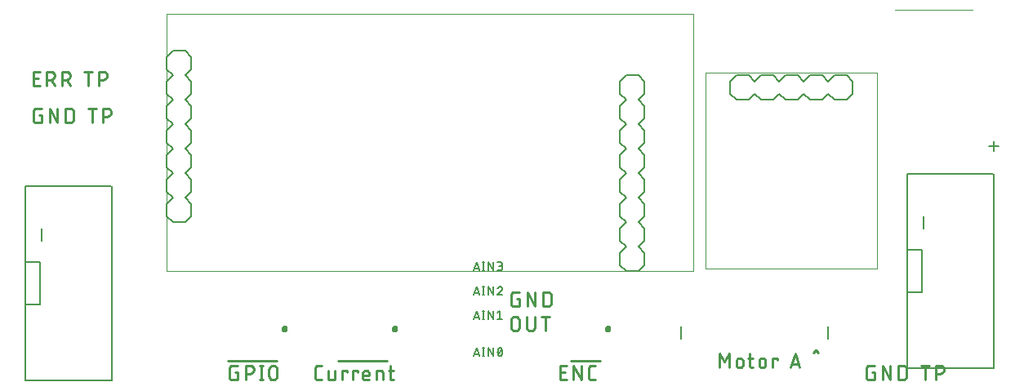
<source format=gto>
G75*
%MOIN*%
%OFA0B0*%
%FSLAX25Y25*%
%IPPOS*%
%LPD*%
%AMOC8*
5,1,8,0,0,1.08239X$1,22.5*
%
%ADD10C,0.01100*%
%ADD11C,0.00600*%
%ADD12C,0.00800*%
%ADD13C,0.01000*%
%ADD14C,0.01600*%
%ADD15C,0.00001*%
%ADD16C,0.00500*%
D10*
X0091550Y0012861D02*
X0091550Y0016139D01*
X0091552Y0016210D01*
X0091558Y0016281D01*
X0091567Y0016351D01*
X0091581Y0016421D01*
X0091598Y0016490D01*
X0091619Y0016558D01*
X0091643Y0016624D01*
X0091671Y0016689D01*
X0091703Y0016753D01*
X0091738Y0016815D01*
X0091776Y0016875D01*
X0091817Y0016932D01*
X0091862Y0016988D01*
X0091909Y0017041D01*
X0091959Y0017091D01*
X0092012Y0017138D01*
X0092068Y0017183D01*
X0092125Y0017224D01*
X0092185Y0017262D01*
X0092247Y0017297D01*
X0092311Y0017329D01*
X0092376Y0017357D01*
X0092442Y0017381D01*
X0092510Y0017402D01*
X0092579Y0017419D01*
X0092649Y0017433D01*
X0092719Y0017442D01*
X0092790Y0017448D01*
X0092861Y0017450D01*
X0094828Y0017450D01*
X0098240Y0017450D02*
X0099878Y0017450D01*
X0098240Y0017450D02*
X0098240Y0011550D01*
X0094828Y0011550D02*
X0092861Y0011550D01*
X0092790Y0011552D01*
X0092719Y0011558D01*
X0092649Y0011567D01*
X0092579Y0011581D01*
X0092510Y0011598D01*
X0092442Y0011619D01*
X0092376Y0011643D01*
X0092311Y0011671D01*
X0092247Y0011703D01*
X0092185Y0011738D01*
X0092125Y0011776D01*
X0092068Y0011817D01*
X0092012Y0011862D01*
X0091959Y0011909D01*
X0091909Y0011959D01*
X0091862Y0012012D01*
X0091817Y0012068D01*
X0091776Y0012125D01*
X0091738Y0012185D01*
X0091703Y0012247D01*
X0091671Y0012311D01*
X0091643Y0012376D01*
X0091619Y0012442D01*
X0091598Y0012510D01*
X0091581Y0012579D01*
X0091567Y0012649D01*
X0091558Y0012719D01*
X0091552Y0012790D01*
X0091550Y0012861D01*
X0093844Y0014828D02*
X0094828Y0014828D01*
X0094828Y0011550D01*
X0098240Y0014172D02*
X0099878Y0014172D01*
X0099957Y0014174D01*
X0100036Y0014180D01*
X0100115Y0014189D01*
X0100193Y0014203D01*
X0100270Y0014220D01*
X0100347Y0014240D01*
X0100422Y0014265D01*
X0100496Y0014293D01*
X0100569Y0014325D01*
X0100640Y0014360D01*
X0100709Y0014398D01*
X0100776Y0014440D01*
X0100841Y0014485D01*
X0100904Y0014533D01*
X0100965Y0014584D01*
X0101023Y0014638D01*
X0101078Y0014695D01*
X0101131Y0014754D01*
X0101180Y0014816D01*
X0101227Y0014880D01*
X0101270Y0014946D01*
X0101310Y0015014D01*
X0101347Y0015085D01*
X0101381Y0015156D01*
X0101410Y0015230D01*
X0101437Y0015305D01*
X0101459Y0015380D01*
X0101478Y0015457D01*
X0101494Y0015535D01*
X0101505Y0015613D01*
X0101513Y0015692D01*
X0101517Y0015771D01*
X0101517Y0015851D01*
X0101513Y0015930D01*
X0101505Y0016009D01*
X0101494Y0016087D01*
X0101478Y0016165D01*
X0101459Y0016242D01*
X0101437Y0016317D01*
X0101410Y0016392D01*
X0101381Y0016466D01*
X0101347Y0016537D01*
X0101310Y0016608D01*
X0101270Y0016676D01*
X0101227Y0016742D01*
X0101180Y0016806D01*
X0101131Y0016868D01*
X0101078Y0016927D01*
X0101023Y0016984D01*
X0100965Y0017038D01*
X0100904Y0017089D01*
X0100841Y0017137D01*
X0100776Y0017182D01*
X0100709Y0017224D01*
X0100640Y0017262D01*
X0100569Y0017297D01*
X0100496Y0017329D01*
X0100422Y0017357D01*
X0100347Y0017382D01*
X0100270Y0017402D01*
X0100193Y0017419D01*
X0100115Y0017433D01*
X0100036Y0017442D01*
X0099957Y0017448D01*
X0099878Y0017450D01*
X0103816Y0017450D02*
X0105127Y0017450D01*
X0104471Y0017450D02*
X0104471Y0011550D01*
X0103816Y0011550D02*
X0105127Y0011550D01*
X0107756Y0013189D02*
X0107756Y0015811D01*
X0107755Y0015811D02*
X0107757Y0015890D01*
X0107763Y0015969D01*
X0107772Y0016048D01*
X0107786Y0016126D01*
X0107803Y0016203D01*
X0107823Y0016280D01*
X0107848Y0016355D01*
X0107876Y0016429D01*
X0107908Y0016502D01*
X0107943Y0016573D01*
X0107981Y0016642D01*
X0108023Y0016709D01*
X0108068Y0016774D01*
X0108116Y0016837D01*
X0108167Y0016898D01*
X0108221Y0016956D01*
X0108278Y0017011D01*
X0108337Y0017064D01*
X0108399Y0017113D01*
X0108463Y0017160D01*
X0108529Y0017203D01*
X0108597Y0017243D01*
X0108668Y0017280D01*
X0108739Y0017314D01*
X0108813Y0017343D01*
X0108888Y0017370D01*
X0108963Y0017392D01*
X0109040Y0017411D01*
X0109118Y0017427D01*
X0109196Y0017438D01*
X0109275Y0017446D01*
X0109354Y0017450D01*
X0109434Y0017450D01*
X0109513Y0017446D01*
X0109592Y0017438D01*
X0109670Y0017427D01*
X0109748Y0017411D01*
X0109825Y0017392D01*
X0109900Y0017370D01*
X0109975Y0017343D01*
X0110049Y0017314D01*
X0110120Y0017280D01*
X0110191Y0017243D01*
X0110259Y0017203D01*
X0110325Y0017160D01*
X0110389Y0017113D01*
X0110451Y0017064D01*
X0110510Y0017011D01*
X0110567Y0016956D01*
X0110621Y0016898D01*
X0110672Y0016837D01*
X0110720Y0016774D01*
X0110765Y0016709D01*
X0110807Y0016642D01*
X0110845Y0016573D01*
X0110880Y0016502D01*
X0110912Y0016429D01*
X0110940Y0016355D01*
X0110965Y0016280D01*
X0110985Y0016203D01*
X0111002Y0016126D01*
X0111016Y0016048D01*
X0111025Y0015969D01*
X0111031Y0015890D01*
X0111033Y0015811D01*
X0111033Y0013189D01*
X0111031Y0013110D01*
X0111025Y0013031D01*
X0111016Y0012952D01*
X0111002Y0012874D01*
X0110985Y0012797D01*
X0110965Y0012720D01*
X0110940Y0012645D01*
X0110912Y0012571D01*
X0110880Y0012498D01*
X0110845Y0012427D01*
X0110807Y0012358D01*
X0110765Y0012291D01*
X0110720Y0012226D01*
X0110672Y0012163D01*
X0110621Y0012102D01*
X0110567Y0012044D01*
X0110510Y0011989D01*
X0110451Y0011936D01*
X0110389Y0011887D01*
X0110325Y0011840D01*
X0110259Y0011797D01*
X0110191Y0011757D01*
X0110120Y0011720D01*
X0110049Y0011686D01*
X0109975Y0011657D01*
X0109900Y0011630D01*
X0109825Y0011608D01*
X0109748Y0011589D01*
X0109670Y0011573D01*
X0109592Y0011562D01*
X0109513Y0011554D01*
X0109434Y0011550D01*
X0109354Y0011550D01*
X0109275Y0011554D01*
X0109196Y0011562D01*
X0109118Y0011573D01*
X0109040Y0011589D01*
X0108963Y0011608D01*
X0108888Y0011630D01*
X0108813Y0011657D01*
X0108739Y0011686D01*
X0108668Y0011720D01*
X0108597Y0011757D01*
X0108529Y0011797D01*
X0108463Y0011840D01*
X0108399Y0011887D01*
X0108337Y0011936D01*
X0108278Y0011989D01*
X0108221Y0012044D01*
X0108167Y0012102D01*
X0108116Y0012163D01*
X0108068Y0012226D01*
X0108023Y0012291D01*
X0107981Y0012358D01*
X0107943Y0012427D01*
X0107908Y0012498D01*
X0107876Y0012571D01*
X0107848Y0012645D01*
X0107823Y0012720D01*
X0107803Y0012797D01*
X0107786Y0012874D01*
X0107772Y0012952D01*
X0107763Y0013031D01*
X0107757Y0013110D01*
X0107755Y0013189D01*
X0126550Y0012861D02*
X0126550Y0016139D01*
X0126552Y0016210D01*
X0126558Y0016281D01*
X0126567Y0016351D01*
X0126581Y0016421D01*
X0126598Y0016490D01*
X0126619Y0016558D01*
X0126643Y0016624D01*
X0126671Y0016689D01*
X0126703Y0016753D01*
X0126738Y0016815D01*
X0126776Y0016875D01*
X0126817Y0016932D01*
X0126862Y0016988D01*
X0126909Y0017041D01*
X0126959Y0017091D01*
X0127012Y0017138D01*
X0127068Y0017183D01*
X0127125Y0017224D01*
X0127185Y0017262D01*
X0127247Y0017297D01*
X0127311Y0017329D01*
X0127376Y0017357D01*
X0127442Y0017381D01*
X0127510Y0017402D01*
X0127579Y0017419D01*
X0127649Y0017433D01*
X0127719Y0017442D01*
X0127790Y0017448D01*
X0127861Y0017450D01*
X0129172Y0017450D01*
X0131824Y0015483D02*
X0131824Y0012533D01*
X0131825Y0012533D02*
X0131827Y0012471D01*
X0131833Y0012410D01*
X0131842Y0012349D01*
X0131856Y0012289D01*
X0131873Y0012229D01*
X0131894Y0012171D01*
X0131919Y0012114D01*
X0131947Y0012059D01*
X0131978Y0012006D01*
X0132013Y0011955D01*
X0132051Y0011906D01*
X0132091Y0011860D01*
X0132135Y0011816D01*
X0132181Y0011776D01*
X0132230Y0011738D01*
X0132281Y0011703D01*
X0132334Y0011672D01*
X0132389Y0011644D01*
X0132446Y0011619D01*
X0132504Y0011598D01*
X0132564Y0011581D01*
X0132624Y0011567D01*
X0132685Y0011558D01*
X0132746Y0011552D01*
X0132808Y0011550D01*
X0134447Y0011550D01*
X0134447Y0015483D01*
X0137619Y0015483D02*
X0139585Y0015483D01*
X0139585Y0014828D01*
X0137619Y0015483D02*
X0137619Y0011550D01*
X0141926Y0011550D02*
X0141926Y0015483D01*
X0143893Y0015483D01*
X0143893Y0014828D01*
X0145979Y0014172D02*
X0145979Y0012533D01*
X0145981Y0012471D01*
X0145987Y0012410D01*
X0145996Y0012349D01*
X0146010Y0012289D01*
X0146027Y0012229D01*
X0146048Y0012171D01*
X0146073Y0012114D01*
X0146101Y0012059D01*
X0146132Y0012006D01*
X0146167Y0011955D01*
X0146205Y0011906D01*
X0146245Y0011860D01*
X0146289Y0011816D01*
X0146335Y0011776D01*
X0146384Y0011738D01*
X0146435Y0011703D01*
X0146488Y0011672D01*
X0146543Y0011644D01*
X0146600Y0011619D01*
X0146658Y0011598D01*
X0146718Y0011581D01*
X0146778Y0011567D01*
X0146839Y0011558D01*
X0146900Y0011552D01*
X0146962Y0011550D01*
X0148601Y0011550D01*
X0151517Y0011550D02*
X0151517Y0015483D01*
X0153156Y0015483D01*
X0153218Y0015481D01*
X0153279Y0015475D01*
X0153340Y0015466D01*
X0153400Y0015452D01*
X0153460Y0015435D01*
X0153518Y0015414D01*
X0153575Y0015389D01*
X0153630Y0015361D01*
X0153683Y0015330D01*
X0153734Y0015295D01*
X0153783Y0015257D01*
X0153829Y0015217D01*
X0153873Y0015173D01*
X0153913Y0015127D01*
X0153951Y0015078D01*
X0153986Y0015027D01*
X0154017Y0014974D01*
X0154045Y0014919D01*
X0154070Y0014862D01*
X0154091Y0014804D01*
X0154108Y0014744D01*
X0154122Y0014684D01*
X0154131Y0014623D01*
X0154137Y0014562D01*
X0154139Y0014500D01*
X0154140Y0014500D02*
X0154140Y0011550D01*
X0157150Y0012533D02*
X0157150Y0017450D01*
X0156494Y0015483D02*
X0158461Y0015483D01*
X0157150Y0012533D02*
X0157152Y0012471D01*
X0157158Y0012410D01*
X0157167Y0012349D01*
X0157181Y0012289D01*
X0157198Y0012229D01*
X0157219Y0012171D01*
X0157244Y0012114D01*
X0157272Y0012059D01*
X0157303Y0012006D01*
X0157338Y0011955D01*
X0157376Y0011906D01*
X0157416Y0011860D01*
X0157460Y0011816D01*
X0157506Y0011776D01*
X0157555Y0011738D01*
X0157606Y0011703D01*
X0157659Y0011672D01*
X0157714Y0011644D01*
X0157771Y0011619D01*
X0157829Y0011598D01*
X0157889Y0011581D01*
X0157949Y0011567D01*
X0158010Y0011558D01*
X0158071Y0011552D01*
X0158133Y0011550D01*
X0158461Y0011550D01*
X0148601Y0013517D02*
X0145979Y0013517D01*
X0145979Y0014172D02*
X0145981Y0014243D01*
X0145987Y0014314D01*
X0145996Y0014384D01*
X0146010Y0014454D01*
X0146027Y0014523D01*
X0146048Y0014591D01*
X0146072Y0014657D01*
X0146100Y0014722D01*
X0146132Y0014786D01*
X0146167Y0014848D01*
X0146205Y0014908D01*
X0146246Y0014965D01*
X0146291Y0015021D01*
X0146338Y0015074D01*
X0146388Y0015124D01*
X0146441Y0015171D01*
X0146497Y0015216D01*
X0146554Y0015257D01*
X0146614Y0015295D01*
X0146676Y0015330D01*
X0146740Y0015362D01*
X0146805Y0015390D01*
X0146871Y0015414D01*
X0146939Y0015435D01*
X0147008Y0015452D01*
X0147078Y0015466D01*
X0147148Y0015475D01*
X0147219Y0015481D01*
X0147290Y0015483D01*
X0147361Y0015481D01*
X0147432Y0015475D01*
X0147502Y0015466D01*
X0147572Y0015452D01*
X0147641Y0015435D01*
X0147709Y0015414D01*
X0147775Y0015390D01*
X0147840Y0015362D01*
X0147904Y0015330D01*
X0147966Y0015295D01*
X0148026Y0015257D01*
X0148083Y0015216D01*
X0148139Y0015171D01*
X0148192Y0015124D01*
X0148242Y0015074D01*
X0148289Y0015021D01*
X0148334Y0014965D01*
X0148375Y0014908D01*
X0148413Y0014848D01*
X0148448Y0014786D01*
X0148480Y0014722D01*
X0148508Y0014657D01*
X0148532Y0014591D01*
X0148553Y0014523D01*
X0148570Y0014454D01*
X0148584Y0014384D01*
X0148593Y0014314D01*
X0148599Y0014243D01*
X0148601Y0014172D01*
X0148601Y0013517D01*
X0129172Y0011550D02*
X0127861Y0011550D01*
X0127790Y0011552D01*
X0127719Y0011558D01*
X0127649Y0011567D01*
X0127579Y0011581D01*
X0127510Y0011598D01*
X0127442Y0011619D01*
X0127376Y0011643D01*
X0127311Y0011671D01*
X0127247Y0011703D01*
X0127185Y0011738D01*
X0127125Y0011776D01*
X0127068Y0011817D01*
X0127012Y0011862D01*
X0126959Y0011909D01*
X0126909Y0011959D01*
X0126862Y0012012D01*
X0126817Y0012068D01*
X0126776Y0012125D01*
X0126738Y0012185D01*
X0126703Y0012247D01*
X0126671Y0012311D01*
X0126643Y0012376D01*
X0126619Y0012442D01*
X0126598Y0012510D01*
X0126581Y0012579D01*
X0126567Y0012649D01*
X0126558Y0012719D01*
X0126552Y0012790D01*
X0126550Y0012861D01*
X0206550Y0033189D02*
X0206550Y0035811D01*
X0206552Y0035890D01*
X0206558Y0035969D01*
X0206567Y0036048D01*
X0206581Y0036126D01*
X0206598Y0036203D01*
X0206618Y0036280D01*
X0206643Y0036355D01*
X0206671Y0036429D01*
X0206703Y0036502D01*
X0206738Y0036573D01*
X0206776Y0036642D01*
X0206818Y0036709D01*
X0206863Y0036774D01*
X0206911Y0036837D01*
X0206962Y0036898D01*
X0207016Y0036956D01*
X0207073Y0037011D01*
X0207132Y0037064D01*
X0207194Y0037113D01*
X0207258Y0037160D01*
X0207324Y0037203D01*
X0207392Y0037243D01*
X0207463Y0037280D01*
X0207534Y0037314D01*
X0207608Y0037343D01*
X0207683Y0037370D01*
X0207758Y0037392D01*
X0207835Y0037411D01*
X0207913Y0037427D01*
X0207991Y0037438D01*
X0208070Y0037446D01*
X0208149Y0037450D01*
X0208229Y0037450D01*
X0208308Y0037446D01*
X0208387Y0037438D01*
X0208465Y0037427D01*
X0208543Y0037411D01*
X0208620Y0037392D01*
X0208695Y0037370D01*
X0208770Y0037343D01*
X0208844Y0037314D01*
X0208915Y0037280D01*
X0208986Y0037243D01*
X0209054Y0037203D01*
X0209120Y0037160D01*
X0209184Y0037113D01*
X0209246Y0037064D01*
X0209305Y0037011D01*
X0209362Y0036956D01*
X0209416Y0036898D01*
X0209467Y0036837D01*
X0209515Y0036774D01*
X0209560Y0036709D01*
X0209602Y0036642D01*
X0209640Y0036573D01*
X0209675Y0036502D01*
X0209707Y0036429D01*
X0209735Y0036355D01*
X0209760Y0036280D01*
X0209780Y0036203D01*
X0209797Y0036126D01*
X0209811Y0036048D01*
X0209820Y0035969D01*
X0209826Y0035890D01*
X0209828Y0035811D01*
X0209828Y0033189D01*
X0209826Y0033110D01*
X0209820Y0033031D01*
X0209811Y0032952D01*
X0209797Y0032874D01*
X0209780Y0032797D01*
X0209760Y0032720D01*
X0209735Y0032645D01*
X0209707Y0032571D01*
X0209675Y0032498D01*
X0209640Y0032427D01*
X0209602Y0032358D01*
X0209560Y0032291D01*
X0209515Y0032226D01*
X0209467Y0032163D01*
X0209416Y0032102D01*
X0209362Y0032044D01*
X0209305Y0031989D01*
X0209246Y0031936D01*
X0209184Y0031887D01*
X0209120Y0031840D01*
X0209054Y0031797D01*
X0208986Y0031757D01*
X0208915Y0031720D01*
X0208844Y0031686D01*
X0208770Y0031657D01*
X0208695Y0031630D01*
X0208620Y0031608D01*
X0208543Y0031589D01*
X0208465Y0031573D01*
X0208387Y0031562D01*
X0208308Y0031554D01*
X0208229Y0031550D01*
X0208149Y0031550D01*
X0208070Y0031554D01*
X0207991Y0031562D01*
X0207913Y0031573D01*
X0207835Y0031589D01*
X0207758Y0031608D01*
X0207683Y0031630D01*
X0207608Y0031657D01*
X0207534Y0031686D01*
X0207463Y0031720D01*
X0207392Y0031757D01*
X0207324Y0031797D01*
X0207258Y0031840D01*
X0207194Y0031887D01*
X0207132Y0031936D01*
X0207073Y0031989D01*
X0207016Y0032044D01*
X0206962Y0032102D01*
X0206911Y0032163D01*
X0206863Y0032226D01*
X0206818Y0032291D01*
X0206776Y0032358D01*
X0206738Y0032427D01*
X0206703Y0032498D01*
X0206671Y0032571D01*
X0206643Y0032645D01*
X0206618Y0032720D01*
X0206598Y0032797D01*
X0206581Y0032874D01*
X0206567Y0032952D01*
X0206558Y0033031D01*
X0206552Y0033110D01*
X0206550Y0033189D01*
X0212909Y0033189D02*
X0212909Y0037450D01*
X0216187Y0037450D02*
X0216187Y0033189D01*
X0216185Y0033110D01*
X0216179Y0033031D01*
X0216170Y0032952D01*
X0216156Y0032874D01*
X0216139Y0032797D01*
X0216119Y0032720D01*
X0216094Y0032645D01*
X0216066Y0032571D01*
X0216034Y0032498D01*
X0215999Y0032427D01*
X0215961Y0032358D01*
X0215919Y0032291D01*
X0215874Y0032226D01*
X0215826Y0032163D01*
X0215775Y0032102D01*
X0215721Y0032044D01*
X0215664Y0031989D01*
X0215605Y0031936D01*
X0215543Y0031887D01*
X0215479Y0031840D01*
X0215413Y0031797D01*
X0215345Y0031757D01*
X0215274Y0031720D01*
X0215203Y0031686D01*
X0215129Y0031657D01*
X0215054Y0031630D01*
X0214979Y0031608D01*
X0214902Y0031589D01*
X0214824Y0031573D01*
X0214746Y0031562D01*
X0214667Y0031554D01*
X0214588Y0031550D01*
X0214508Y0031550D01*
X0214429Y0031554D01*
X0214350Y0031562D01*
X0214272Y0031573D01*
X0214194Y0031589D01*
X0214117Y0031608D01*
X0214042Y0031630D01*
X0213967Y0031657D01*
X0213893Y0031686D01*
X0213822Y0031720D01*
X0213751Y0031757D01*
X0213683Y0031797D01*
X0213617Y0031840D01*
X0213553Y0031887D01*
X0213491Y0031936D01*
X0213432Y0031989D01*
X0213375Y0032044D01*
X0213321Y0032102D01*
X0213270Y0032163D01*
X0213222Y0032226D01*
X0213177Y0032291D01*
X0213135Y0032358D01*
X0213097Y0032427D01*
X0213062Y0032498D01*
X0213030Y0032571D01*
X0213002Y0032645D01*
X0212977Y0032720D01*
X0212957Y0032797D01*
X0212940Y0032874D01*
X0212926Y0032952D01*
X0212917Y0033031D01*
X0212911Y0033110D01*
X0212909Y0033189D01*
X0220497Y0031550D02*
X0220497Y0037450D01*
X0218858Y0037450D02*
X0222136Y0037450D01*
X0221317Y0041550D02*
X0219679Y0041550D01*
X0219679Y0047450D01*
X0221317Y0047450D01*
X0221395Y0047448D01*
X0221473Y0047443D01*
X0221550Y0047433D01*
X0221627Y0047420D01*
X0221703Y0047404D01*
X0221779Y0047384D01*
X0221853Y0047360D01*
X0221926Y0047333D01*
X0221998Y0047302D01*
X0222068Y0047268D01*
X0222137Y0047230D01*
X0222203Y0047190D01*
X0222268Y0047146D01*
X0222330Y0047099D01*
X0222390Y0047050D01*
X0222448Y0046997D01*
X0222503Y0046942D01*
X0222556Y0046884D01*
X0222605Y0046824D01*
X0222652Y0046762D01*
X0222696Y0046697D01*
X0222736Y0046631D01*
X0222774Y0046562D01*
X0222808Y0046492D01*
X0222839Y0046420D01*
X0222866Y0046347D01*
X0222890Y0046273D01*
X0222910Y0046197D01*
X0222926Y0046121D01*
X0222939Y0046044D01*
X0222949Y0045967D01*
X0222954Y0045889D01*
X0222956Y0045811D01*
X0222956Y0043189D01*
X0222954Y0043111D01*
X0222949Y0043033D01*
X0222939Y0042956D01*
X0222926Y0042879D01*
X0222910Y0042803D01*
X0222890Y0042727D01*
X0222866Y0042653D01*
X0222839Y0042580D01*
X0222808Y0042508D01*
X0222774Y0042438D01*
X0222736Y0042370D01*
X0222696Y0042303D01*
X0222652Y0042238D01*
X0222605Y0042176D01*
X0222556Y0042116D01*
X0222503Y0042058D01*
X0222448Y0042003D01*
X0222390Y0041950D01*
X0222330Y0041901D01*
X0222268Y0041854D01*
X0222203Y0041810D01*
X0222137Y0041770D01*
X0222068Y0041732D01*
X0221998Y0041698D01*
X0221926Y0041667D01*
X0221853Y0041640D01*
X0221779Y0041616D01*
X0221703Y0041596D01*
X0221627Y0041580D01*
X0221550Y0041567D01*
X0221473Y0041557D01*
X0221395Y0041552D01*
X0221317Y0041550D01*
X0216392Y0041550D02*
X0216392Y0047450D01*
X0213114Y0047450D02*
X0216392Y0041550D01*
X0213114Y0041550D02*
X0213114Y0047450D01*
X0209828Y0047450D02*
X0207861Y0047450D01*
X0207790Y0047448D01*
X0207719Y0047442D01*
X0207649Y0047433D01*
X0207579Y0047419D01*
X0207510Y0047402D01*
X0207442Y0047381D01*
X0207376Y0047357D01*
X0207311Y0047329D01*
X0207247Y0047297D01*
X0207185Y0047262D01*
X0207125Y0047224D01*
X0207068Y0047183D01*
X0207012Y0047138D01*
X0206959Y0047091D01*
X0206909Y0047041D01*
X0206862Y0046988D01*
X0206817Y0046932D01*
X0206776Y0046875D01*
X0206738Y0046815D01*
X0206703Y0046753D01*
X0206671Y0046689D01*
X0206643Y0046624D01*
X0206619Y0046558D01*
X0206598Y0046490D01*
X0206581Y0046421D01*
X0206567Y0046351D01*
X0206558Y0046281D01*
X0206552Y0046210D01*
X0206550Y0046139D01*
X0206550Y0042861D01*
X0206552Y0042790D01*
X0206558Y0042719D01*
X0206567Y0042649D01*
X0206581Y0042579D01*
X0206598Y0042510D01*
X0206619Y0042442D01*
X0206643Y0042376D01*
X0206671Y0042311D01*
X0206703Y0042247D01*
X0206738Y0042185D01*
X0206776Y0042125D01*
X0206817Y0042068D01*
X0206862Y0042012D01*
X0206909Y0041959D01*
X0206959Y0041909D01*
X0207012Y0041862D01*
X0207068Y0041817D01*
X0207125Y0041776D01*
X0207185Y0041738D01*
X0207247Y0041703D01*
X0207311Y0041671D01*
X0207376Y0041643D01*
X0207442Y0041619D01*
X0207510Y0041598D01*
X0207579Y0041581D01*
X0207649Y0041567D01*
X0207719Y0041558D01*
X0207790Y0041552D01*
X0207861Y0041550D01*
X0209828Y0041550D01*
X0209828Y0044828D01*
X0208844Y0044828D01*
X0226550Y0017450D02*
X0229172Y0017450D01*
X0226550Y0017450D02*
X0226550Y0011550D01*
X0229172Y0011550D01*
X0231866Y0011550D02*
X0231866Y0017450D01*
X0235144Y0011550D01*
X0235144Y0017450D01*
X0238202Y0016139D02*
X0238202Y0012861D01*
X0238204Y0012790D01*
X0238210Y0012719D01*
X0238219Y0012649D01*
X0238233Y0012579D01*
X0238250Y0012510D01*
X0238271Y0012442D01*
X0238295Y0012376D01*
X0238323Y0012311D01*
X0238355Y0012247D01*
X0238390Y0012185D01*
X0238428Y0012125D01*
X0238469Y0012068D01*
X0238514Y0012012D01*
X0238561Y0011959D01*
X0238611Y0011909D01*
X0238664Y0011862D01*
X0238720Y0011817D01*
X0238777Y0011776D01*
X0238837Y0011738D01*
X0238899Y0011703D01*
X0238963Y0011671D01*
X0239028Y0011643D01*
X0239094Y0011619D01*
X0239162Y0011598D01*
X0239231Y0011581D01*
X0239301Y0011567D01*
X0239371Y0011558D01*
X0239442Y0011552D01*
X0239513Y0011550D01*
X0240824Y0011550D01*
X0238202Y0016139D02*
X0238204Y0016210D01*
X0238210Y0016281D01*
X0238219Y0016351D01*
X0238233Y0016421D01*
X0238250Y0016490D01*
X0238271Y0016558D01*
X0238295Y0016624D01*
X0238323Y0016689D01*
X0238355Y0016753D01*
X0238390Y0016815D01*
X0238428Y0016875D01*
X0238469Y0016932D01*
X0238514Y0016988D01*
X0238561Y0017041D01*
X0238611Y0017091D01*
X0238664Y0017138D01*
X0238720Y0017183D01*
X0238777Y0017224D01*
X0238837Y0017262D01*
X0238899Y0017297D01*
X0238963Y0017329D01*
X0239028Y0017357D01*
X0239094Y0017381D01*
X0239162Y0017402D01*
X0239231Y0017419D01*
X0239301Y0017433D01*
X0239371Y0017442D01*
X0239442Y0017448D01*
X0239513Y0017450D01*
X0240824Y0017450D01*
X0228517Y0014828D02*
X0226550Y0014828D01*
X0291550Y0016550D02*
X0291550Y0022450D01*
X0293517Y0019172D01*
X0295483Y0022450D01*
X0295483Y0016550D01*
X0298565Y0017861D02*
X0298565Y0019172D01*
X0298567Y0019243D01*
X0298573Y0019314D01*
X0298582Y0019384D01*
X0298596Y0019454D01*
X0298613Y0019523D01*
X0298634Y0019591D01*
X0298658Y0019657D01*
X0298686Y0019722D01*
X0298718Y0019786D01*
X0298753Y0019848D01*
X0298791Y0019908D01*
X0298832Y0019965D01*
X0298877Y0020021D01*
X0298924Y0020074D01*
X0298974Y0020124D01*
X0299027Y0020171D01*
X0299083Y0020216D01*
X0299140Y0020257D01*
X0299200Y0020295D01*
X0299262Y0020330D01*
X0299326Y0020362D01*
X0299391Y0020390D01*
X0299457Y0020414D01*
X0299525Y0020435D01*
X0299594Y0020452D01*
X0299664Y0020466D01*
X0299734Y0020475D01*
X0299805Y0020481D01*
X0299876Y0020483D01*
X0299947Y0020481D01*
X0300018Y0020475D01*
X0300088Y0020466D01*
X0300158Y0020452D01*
X0300227Y0020435D01*
X0300295Y0020414D01*
X0300361Y0020390D01*
X0300426Y0020362D01*
X0300490Y0020330D01*
X0300552Y0020295D01*
X0300612Y0020257D01*
X0300669Y0020216D01*
X0300725Y0020171D01*
X0300778Y0020124D01*
X0300828Y0020074D01*
X0300875Y0020021D01*
X0300920Y0019965D01*
X0300961Y0019908D01*
X0300999Y0019848D01*
X0301034Y0019786D01*
X0301066Y0019722D01*
X0301094Y0019657D01*
X0301118Y0019591D01*
X0301139Y0019523D01*
X0301156Y0019454D01*
X0301170Y0019384D01*
X0301179Y0019314D01*
X0301185Y0019243D01*
X0301187Y0019172D01*
X0301187Y0017861D01*
X0301185Y0017790D01*
X0301179Y0017719D01*
X0301170Y0017649D01*
X0301156Y0017579D01*
X0301139Y0017510D01*
X0301118Y0017442D01*
X0301094Y0017376D01*
X0301066Y0017311D01*
X0301034Y0017247D01*
X0300999Y0017185D01*
X0300961Y0017125D01*
X0300920Y0017068D01*
X0300875Y0017012D01*
X0300828Y0016959D01*
X0300778Y0016909D01*
X0300725Y0016862D01*
X0300669Y0016817D01*
X0300612Y0016776D01*
X0300552Y0016738D01*
X0300490Y0016703D01*
X0300426Y0016671D01*
X0300361Y0016643D01*
X0300295Y0016619D01*
X0300227Y0016598D01*
X0300158Y0016581D01*
X0300088Y0016567D01*
X0300018Y0016558D01*
X0299947Y0016552D01*
X0299876Y0016550D01*
X0299805Y0016552D01*
X0299734Y0016558D01*
X0299664Y0016567D01*
X0299594Y0016581D01*
X0299525Y0016598D01*
X0299457Y0016619D01*
X0299391Y0016643D01*
X0299326Y0016671D01*
X0299262Y0016703D01*
X0299200Y0016738D01*
X0299140Y0016776D01*
X0299083Y0016817D01*
X0299027Y0016862D01*
X0298974Y0016909D01*
X0298924Y0016959D01*
X0298877Y0017012D01*
X0298832Y0017068D01*
X0298791Y0017125D01*
X0298753Y0017185D01*
X0298718Y0017247D01*
X0298686Y0017311D01*
X0298658Y0017376D01*
X0298634Y0017442D01*
X0298613Y0017510D01*
X0298596Y0017579D01*
X0298582Y0017649D01*
X0298573Y0017719D01*
X0298567Y0017790D01*
X0298565Y0017861D01*
X0303992Y0017533D02*
X0303992Y0022450D01*
X0303336Y0020483D02*
X0305303Y0020483D01*
X0307796Y0019172D02*
X0307796Y0017861D01*
X0307798Y0017790D01*
X0307804Y0017719D01*
X0307813Y0017649D01*
X0307827Y0017579D01*
X0307844Y0017510D01*
X0307865Y0017442D01*
X0307889Y0017376D01*
X0307917Y0017311D01*
X0307949Y0017247D01*
X0307984Y0017185D01*
X0308022Y0017125D01*
X0308063Y0017068D01*
X0308108Y0017012D01*
X0308155Y0016959D01*
X0308205Y0016909D01*
X0308258Y0016862D01*
X0308314Y0016817D01*
X0308371Y0016776D01*
X0308431Y0016738D01*
X0308493Y0016703D01*
X0308557Y0016671D01*
X0308622Y0016643D01*
X0308688Y0016619D01*
X0308756Y0016598D01*
X0308825Y0016581D01*
X0308895Y0016567D01*
X0308965Y0016558D01*
X0309036Y0016552D01*
X0309107Y0016550D01*
X0309178Y0016552D01*
X0309249Y0016558D01*
X0309319Y0016567D01*
X0309389Y0016581D01*
X0309458Y0016598D01*
X0309526Y0016619D01*
X0309592Y0016643D01*
X0309657Y0016671D01*
X0309721Y0016703D01*
X0309783Y0016738D01*
X0309843Y0016776D01*
X0309900Y0016817D01*
X0309956Y0016862D01*
X0310009Y0016909D01*
X0310059Y0016959D01*
X0310106Y0017012D01*
X0310151Y0017068D01*
X0310192Y0017125D01*
X0310230Y0017185D01*
X0310265Y0017247D01*
X0310297Y0017311D01*
X0310325Y0017376D01*
X0310349Y0017442D01*
X0310370Y0017510D01*
X0310387Y0017579D01*
X0310401Y0017649D01*
X0310410Y0017719D01*
X0310416Y0017790D01*
X0310418Y0017861D01*
X0310418Y0019172D01*
X0310416Y0019243D01*
X0310410Y0019314D01*
X0310401Y0019384D01*
X0310387Y0019454D01*
X0310370Y0019523D01*
X0310349Y0019591D01*
X0310325Y0019657D01*
X0310297Y0019722D01*
X0310265Y0019786D01*
X0310230Y0019848D01*
X0310192Y0019908D01*
X0310151Y0019965D01*
X0310106Y0020021D01*
X0310059Y0020074D01*
X0310009Y0020124D01*
X0309956Y0020171D01*
X0309900Y0020216D01*
X0309843Y0020257D01*
X0309783Y0020295D01*
X0309721Y0020330D01*
X0309657Y0020362D01*
X0309592Y0020390D01*
X0309526Y0020414D01*
X0309458Y0020435D01*
X0309389Y0020452D01*
X0309319Y0020466D01*
X0309249Y0020475D01*
X0309178Y0020481D01*
X0309107Y0020483D01*
X0309036Y0020481D01*
X0308965Y0020475D01*
X0308895Y0020466D01*
X0308825Y0020452D01*
X0308756Y0020435D01*
X0308688Y0020414D01*
X0308622Y0020390D01*
X0308557Y0020362D01*
X0308493Y0020330D01*
X0308431Y0020295D01*
X0308371Y0020257D01*
X0308314Y0020216D01*
X0308258Y0020171D01*
X0308205Y0020124D01*
X0308155Y0020074D01*
X0308108Y0020021D01*
X0308063Y0019965D01*
X0308022Y0019908D01*
X0307984Y0019848D01*
X0307949Y0019786D01*
X0307917Y0019722D01*
X0307889Y0019657D01*
X0307865Y0019591D01*
X0307844Y0019523D01*
X0307827Y0019454D01*
X0307813Y0019384D01*
X0307804Y0019314D01*
X0307798Y0019243D01*
X0307796Y0019172D01*
X0304975Y0016550D02*
X0304913Y0016552D01*
X0304852Y0016558D01*
X0304791Y0016567D01*
X0304731Y0016581D01*
X0304671Y0016598D01*
X0304613Y0016619D01*
X0304556Y0016644D01*
X0304501Y0016672D01*
X0304448Y0016703D01*
X0304397Y0016738D01*
X0304348Y0016776D01*
X0304302Y0016816D01*
X0304258Y0016860D01*
X0304218Y0016906D01*
X0304180Y0016955D01*
X0304145Y0017006D01*
X0304114Y0017059D01*
X0304086Y0017114D01*
X0304061Y0017171D01*
X0304040Y0017229D01*
X0304023Y0017289D01*
X0304009Y0017349D01*
X0304000Y0017410D01*
X0303994Y0017471D01*
X0303992Y0017533D01*
X0304975Y0016550D02*
X0305303Y0016550D01*
X0313385Y0016550D02*
X0313385Y0020483D01*
X0315351Y0020483D01*
X0315351Y0019828D01*
X0320966Y0018025D02*
X0323916Y0018025D01*
X0324407Y0016550D02*
X0322441Y0022450D01*
X0320474Y0016550D01*
X0329868Y0022614D02*
X0330851Y0023597D01*
X0331834Y0022614D01*
X0351550Y0016139D02*
X0351550Y0012861D01*
X0351552Y0012790D01*
X0351558Y0012719D01*
X0351567Y0012649D01*
X0351581Y0012579D01*
X0351598Y0012510D01*
X0351619Y0012442D01*
X0351643Y0012376D01*
X0351671Y0012311D01*
X0351703Y0012247D01*
X0351738Y0012185D01*
X0351776Y0012125D01*
X0351817Y0012068D01*
X0351862Y0012012D01*
X0351909Y0011959D01*
X0351959Y0011909D01*
X0352012Y0011862D01*
X0352068Y0011817D01*
X0352125Y0011776D01*
X0352185Y0011738D01*
X0352247Y0011703D01*
X0352311Y0011671D01*
X0352376Y0011643D01*
X0352442Y0011619D01*
X0352510Y0011598D01*
X0352579Y0011581D01*
X0352649Y0011567D01*
X0352719Y0011558D01*
X0352790Y0011552D01*
X0352861Y0011550D01*
X0354828Y0011550D01*
X0354828Y0014828D01*
X0353844Y0014828D01*
X0351550Y0016139D02*
X0351552Y0016210D01*
X0351558Y0016281D01*
X0351567Y0016351D01*
X0351581Y0016421D01*
X0351598Y0016490D01*
X0351619Y0016558D01*
X0351643Y0016624D01*
X0351671Y0016689D01*
X0351703Y0016753D01*
X0351738Y0016815D01*
X0351776Y0016875D01*
X0351817Y0016932D01*
X0351862Y0016988D01*
X0351909Y0017041D01*
X0351959Y0017091D01*
X0352012Y0017138D01*
X0352068Y0017183D01*
X0352125Y0017224D01*
X0352185Y0017262D01*
X0352247Y0017297D01*
X0352311Y0017329D01*
X0352376Y0017357D01*
X0352442Y0017381D01*
X0352510Y0017402D01*
X0352579Y0017419D01*
X0352649Y0017433D01*
X0352719Y0017442D01*
X0352790Y0017448D01*
X0352861Y0017450D01*
X0354828Y0017450D01*
X0358114Y0017450D02*
X0361392Y0011550D01*
X0361392Y0017450D01*
X0358114Y0017450D02*
X0358114Y0011550D01*
X0364679Y0011550D02*
X0366317Y0011550D01*
X0364679Y0011550D02*
X0364679Y0017450D01*
X0366317Y0017450D01*
X0366395Y0017448D01*
X0366473Y0017443D01*
X0366550Y0017433D01*
X0366627Y0017420D01*
X0366703Y0017404D01*
X0366779Y0017384D01*
X0366853Y0017360D01*
X0366926Y0017333D01*
X0366998Y0017302D01*
X0367068Y0017268D01*
X0367137Y0017230D01*
X0367203Y0017190D01*
X0367268Y0017146D01*
X0367330Y0017099D01*
X0367390Y0017050D01*
X0367448Y0016997D01*
X0367503Y0016942D01*
X0367556Y0016884D01*
X0367605Y0016824D01*
X0367652Y0016762D01*
X0367696Y0016697D01*
X0367736Y0016631D01*
X0367774Y0016562D01*
X0367808Y0016492D01*
X0367839Y0016420D01*
X0367866Y0016347D01*
X0367890Y0016273D01*
X0367910Y0016197D01*
X0367926Y0016121D01*
X0367939Y0016044D01*
X0367949Y0015967D01*
X0367954Y0015889D01*
X0367956Y0015811D01*
X0367956Y0013189D01*
X0367954Y0013111D01*
X0367949Y0013033D01*
X0367939Y0012956D01*
X0367926Y0012879D01*
X0367910Y0012803D01*
X0367890Y0012727D01*
X0367866Y0012653D01*
X0367839Y0012580D01*
X0367808Y0012508D01*
X0367774Y0012438D01*
X0367736Y0012370D01*
X0367696Y0012303D01*
X0367652Y0012238D01*
X0367605Y0012176D01*
X0367556Y0012116D01*
X0367503Y0012058D01*
X0367448Y0012003D01*
X0367390Y0011950D01*
X0367330Y0011901D01*
X0367268Y0011854D01*
X0367203Y0011810D01*
X0367137Y0011770D01*
X0367068Y0011732D01*
X0366998Y0011698D01*
X0366926Y0011667D01*
X0366853Y0011640D01*
X0366779Y0011616D01*
X0366703Y0011596D01*
X0366627Y0011580D01*
X0366550Y0011567D01*
X0366473Y0011557D01*
X0366395Y0011552D01*
X0366317Y0011550D01*
X0375549Y0011550D02*
X0375549Y0017450D01*
X0377187Y0017450D02*
X0373910Y0017450D01*
X0379984Y0017450D02*
X0381623Y0017450D01*
X0381702Y0017448D01*
X0381781Y0017442D01*
X0381860Y0017433D01*
X0381938Y0017419D01*
X0382015Y0017402D01*
X0382092Y0017382D01*
X0382167Y0017357D01*
X0382241Y0017329D01*
X0382314Y0017297D01*
X0382385Y0017262D01*
X0382454Y0017224D01*
X0382521Y0017182D01*
X0382586Y0017137D01*
X0382649Y0017089D01*
X0382710Y0017038D01*
X0382768Y0016984D01*
X0382823Y0016927D01*
X0382876Y0016868D01*
X0382925Y0016806D01*
X0382972Y0016742D01*
X0383015Y0016676D01*
X0383055Y0016608D01*
X0383092Y0016537D01*
X0383126Y0016466D01*
X0383155Y0016392D01*
X0383182Y0016317D01*
X0383204Y0016242D01*
X0383223Y0016165D01*
X0383239Y0016087D01*
X0383250Y0016009D01*
X0383258Y0015930D01*
X0383262Y0015851D01*
X0383262Y0015771D01*
X0383258Y0015692D01*
X0383250Y0015613D01*
X0383239Y0015535D01*
X0383223Y0015457D01*
X0383204Y0015380D01*
X0383182Y0015305D01*
X0383155Y0015230D01*
X0383126Y0015156D01*
X0383092Y0015085D01*
X0383055Y0015014D01*
X0383015Y0014946D01*
X0382972Y0014880D01*
X0382925Y0014816D01*
X0382876Y0014754D01*
X0382823Y0014695D01*
X0382768Y0014638D01*
X0382710Y0014584D01*
X0382649Y0014533D01*
X0382586Y0014485D01*
X0382521Y0014440D01*
X0382454Y0014398D01*
X0382385Y0014360D01*
X0382314Y0014325D01*
X0382241Y0014293D01*
X0382167Y0014265D01*
X0382092Y0014240D01*
X0382015Y0014220D01*
X0381938Y0014203D01*
X0381860Y0014189D01*
X0381781Y0014180D01*
X0381702Y0014174D01*
X0381623Y0014172D01*
X0379984Y0014172D01*
X0379984Y0011550D02*
X0379984Y0017450D01*
X0041623Y0119172D02*
X0039984Y0119172D01*
X0041623Y0119172D02*
X0041702Y0119174D01*
X0041781Y0119180D01*
X0041860Y0119189D01*
X0041938Y0119203D01*
X0042015Y0119220D01*
X0042092Y0119240D01*
X0042167Y0119265D01*
X0042241Y0119293D01*
X0042314Y0119325D01*
X0042385Y0119360D01*
X0042454Y0119398D01*
X0042521Y0119440D01*
X0042586Y0119485D01*
X0042649Y0119533D01*
X0042710Y0119584D01*
X0042768Y0119638D01*
X0042823Y0119695D01*
X0042876Y0119754D01*
X0042925Y0119816D01*
X0042972Y0119880D01*
X0043015Y0119946D01*
X0043055Y0120014D01*
X0043092Y0120085D01*
X0043126Y0120156D01*
X0043155Y0120230D01*
X0043182Y0120305D01*
X0043204Y0120380D01*
X0043223Y0120457D01*
X0043239Y0120535D01*
X0043250Y0120613D01*
X0043258Y0120692D01*
X0043262Y0120771D01*
X0043262Y0120851D01*
X0043258Y0120930D01*
X0043250Y0121009D01*
X0043239Y0121087D01*
X0043223Y0121165D01*
X0043204Y0121242D01*
X0043182Y0121317D01*
X0043155Y0121392D01*
X0043126Y0121466D01*
X0043092Y0121537D01*
X0043055Y0121608D01*
X0043015Y0121676D01*
X0042972Y0121742D01*
X0042925Y0121806D01*
X0042876Y0121868D01*
X0042823Y0121927D01*
X0042768Y0121984D01*
X0042710Y0122038D01*
X0042649Y0122089D01*
X0042586Y0122137D01*
X0042521Y0122182D01*
X0042454Y0122224D01*
X0042385Y0122262D01*
X0042314Y0122297D01*
X0042241Y0122329D01*
X0042167Y0122357D01*
X0042092Y0122382D01*
X0042015Y0122402D01*
X0041938Y0122419D01*
X0041860Y0122433D01*
X0041781Y0122442D01*
X0041702Y0122448D01*
X0041623Y0122450D01*
X0039984Y0122450D01*
X0039984Y0116550D01*
X0035549Y0116550D02*
X0035549Y0122450D01*
X0037187Y0122450D02*
X0033910Y0122450D01*
X0027956Y0120811D02*
X0027956Y0118189D01*
X0027954Y0118111D01*
X0027949Y0118033D01*
X0027939Y0117956D01*
X0027926Y0117879D01*
X0027910Y0117803D01*
X0027890Y0117727D01*
X0027866Y0117653D01*
X0027839Y0117580D01*
X0027808Y0117508D01*
X0027774Y0117438D01*
X0027736Y0117370D01*
X0027696Y0117303D01*
X0027652Y0117238D01*
X0027605Y0117176D01*
X0027556Y0117116D01*
X0027503Y0117058D01*
X0027448Y0117003D01*
X0027390Y0116950D01*
X0027330Y0116901D01*
X0027268Y0116854D01*
X0027203Y0116810D01*
X0027137Y0116770D01*
X0027068Y0116732D01*
X0026998Y0116698D01*
X0026926Y0116667D01*
X0026853Y0116640D01*
X0026779Y0116616D01*
X0026703Y0116596D01*
X0026627Y0116580D01*
X0026550Y0116567D01*
X0026473Y0116557D01*
X0026395Y0116552D01*
X0026317Y0116550D01*
X0024679Y0116550D01*
X0024679Y0122450D01*
X0026317Y0122450D01*
X0026395Y0122448D01*
X0026473Y0122443D01*
X0026550Y0122433D01*
X0026627Y0122420D01*
X0026703Y0122404D01*
X0026779Y0122384D01*
X0026853Y0122360D01*
X0026926Y0122333D01*
X0026998Y0122302D01*
X0027068Y0122268D01*
X0027137Y0122230D01*
X0027203Y0122190D01*
X0027268Y0122146D01*
X0027330Y0122099D01*
X0027390Y0122050D01*
X0027448Y0121997D01*
X0027503Y0121942D01*
X0027556Y0121884D01*
X0027605Y0121824D01*
X0027652Y0121762D01*
X0027696Y0121697D01*
X0027736Y0121631D01*
X0027774Y0121562D01*
X0027808Y0121492D01*
X0027839Y0121420D01*
X0027866Y0121347D01*
X0027890Y0121273D01*
X0027910Y0121197D01*
X0027926Y0121121D01*
X0027939Y0121044D01*
X0027949Y0120967D01*
X0027954Y0120889D01*
X0027956Y0120811D01*
X0021392Y0122450D02*
X0021392Y0116550D01*
X0018114Y0122450D01*
X0018114Y0116550D01*
X0014828Y0116550D02*
X0012861Y0116550D01*
X0012790Y0116552D01*
X0012719Y0116558D01*
X0012649Y0116567D01*
X0012579Y0116581D01*
X0012510Y0116598D01*
X0012442Y0116619D01*
X0012376Y0116643D01*
X0012311Y0116671D01*
X0012247Y0116703D01*
X0012185Y0116738D01*
X0012125Y0116776D01*
X0012068Y0116817D01*
X0012012Y0116862D01*
X0011959Y0116909D01*
X0011909Y0116959D01*
X0011862Y0117012D01*
X0011817Y0117068D01*
X0011776Y0117125D01*
X0011738Y0117185D01*
X0011703Y0117247D01*
X0011671Y0117311D01*
X0011643Y0117376D01*
X0011619Y0117442D01*
X0011598Y0117510D01*
X0011581Y0117579D01*
X0011567Y0117649D01*
X0011558Y0117719D01*
X0011552Y0117790D01*
X0011550Y0117861D01*
X0011550Y0121139D01*
X0011552Y0121210D01*
X0011558Y0121281D01*
X0011567Y0121351D01*
X0011581Y0121421D01*
X0011598Y0121490D01*
X0011619Y0121558D01*
X0011643Y0121624D01*
X0011671Y0121689D01*
X0011703Y0121753D01*
X0011738Y0121815D01*
X0011776Y0121875D01*
X0011817Y0121932D01*
X0011862Y0121988D01*
X0011909Y0122041D01*
X0011959Y0122091D01*
X0012012Y0122138D01*
X0012068Y0122183D01*
X0012125Y0122224D01*
X0012185Y0122262D01*
X0012247Y0122297D01*
X0012311Y0122329D01*
X0012376Y0122357D01*
X0012442Y0122381D01*
X0012510Y0122402D01*
X0012579Y0122419D01*
X0012649Y0122433D01*
X0012719Y0122442D01*
X0012790Y0122448D01*
X0012861Y0122450D01*
X0014828Y0122450D01*
X0014828Y0119828D02*
X0014828Y0116550D01*
X0014828Y0119828D02*
X0013844Y0119828D01*
X0014172Y0131550D02*
X0011550Y0131550D01*
X0011550Y0137450D01*
X0014172Y0137450D01*
X0016920Y0137450D02*
X0018559Y0137450D01*
X0016920Y0137450D02*
X0016920Y0131550D01*
X0018887Y0134172D02*
X0020198Y0131550D01*
X0023279Y0131550D02*
X0023279Y0137450D01*
X0024918Y0137450D01*
X0024997Y0137448D01*
X0025076Y0137442D01*
X0025155Y0137433D01*
X0025233Y0137419D01*
X0025310Y0137402D01*
X0025387Y0137382D01*
X0025462Y0137357D01*
X0025536Y0137329D01*
X0025609Y0137297D01*
X0025680Y0137262D01*
X0025749Y0137224D01*
X0025816Y0137182D01*
X0025881Y0137137D01*
X0025944Y0137089D01*
X0026005Y0137038D01*
X0026063Y0136984D01*
X0026118Y0136927D01*
X0026171Y0136868D01*
X0026220Y0136806D01*
X0026267Y0136742D01*
X0026310Y0136676D01*
X0026350Y0136608D01*
X0026387Y0136537D01*
X0026421Y0136466D01*
X0026450Y0136392D01*
X0026477Y0136317D01*
X0026499Y0136242D01*
X0026518Y0136165D01*
X0026534Y0136087D01*
X0026545Y0136009D01*
X0026553Y0135930D01*
X0026557Y0135851D01*
X0026557Y0135771D01*
X0026553Y0135692D01*
X0026545Y0135613D01*
X0026534Y0135535D01*
X0026518Y0135457D01*
X0026499Y0135380D01*
X0026477Y0135305D01*
X0026450Y0135230D01*
X0026421Y0135156D01*
X0026387Y0135085D01*
X0026350Y0135014D01*
X0026310Y0134946D01*
X0026267Y0134880D01*
X0026220Y0134816D01*
X0026171Y0134754D01*
X0026118Y0134695D01*
X0026063Y0134638D01*
X0026005Y0134584D01*
X0025944Y0134533D01*
X0025881Y0134485D01*
X0025816Y0134440D01*
X0025749Y0134398D01*
X0025680Y0134360D01*
X0025609Y0134325D01*
X0025536Y0134293D01*
X0025462Y0134265D01*
X0025387Y0134240D01*
X0025310Y0134220D01*
X0025233Y0134203D01*
X0025155Y0134189D01*
X0025076Y0134180D01*
X0024997Y0134174D01*
X0024918Y0134172D01*
X0023279Y0134172D01*
X0025246Y0134172D02*
X0026557Y0131550D01*
X0033890Y0131550D02*
X0033890Y0137450D01*
X0032251Y0137450D02*
X0035529Y0137450D01*
X0038325Y0137450D02*
X0039964Y0137450D01*
X0040043Y0137448D01*
X0040122Y0137442D01*
X0040201Y0137433D01*
X0040279Y0137419D01*
X0040356Y0137402D01*
X0040433Y0137382D01*
X0040508Y0137357D01*
X0040582Y0137329D01*
X0040655Y0137297D01*
X0040726Y0137262D01*
X0040795Y0137224D01*
X0040862Y0137182D01*
X0040927Y0137137D01*
X0040990Y0137089D01*
X0041051Y0137038D01*
X0041109Y0136984D01*
X0041164Y0136927D01*
X0041217Y0136868D01*
X0041266Y0136806D01*
X0041313Y0136742D01*
X0041356Y0136676D01*
X0041396Y0136608D01*
X0041433Y0136537D01*
X0041467Y0136466D01*
X0041496Y0136392D01*
X0041523Y0136317D01*
X0041545Y0136242D01*
X0041564Y0136165D01*
X0041580Y0136087D01*
X0041591Y0136009D01*
X0041599Y0135930D01*
X0041603Y0135851D01*
X0041603Y0135771D01*
X0041599Y0135692D01*
X0041591Y0135613D01*
X0041580Y0135535D01*
X0041564Y0135457D01*
X0041545Y0135380D01*
X0041523Y0135305D01*
X0041496Y0135230D01*
X0041467Y0135156D01*
X0041433Y0135085D01*
X0041396Y0135014D01*
X0041356Y0134946D01*
X0041313Y0134880D01*
X0041266Y0134816D01*
X0041217Y0134754D01*
X0041164Y0134695D01*
X0041109Y0134638D01*
X0041051Y0134584D01*
X0040990Y0134533D01*
X0040927Y0134485D01*
X0040862Y0134440D01*
X0040795Y0134398D01*
X0040726Y0134360D01*
X0040655Y0134325D01*
X0040582Y0134293D01*
X0040508Y0134265D01*
X0040433Y0134240D01*
X0040356Y0134220D01*
X0040279Y0134203D01*
X0040201Y0134189D01*
X0040122Y0134180D01*
X0040043Y0134174D01*
X0039964Y0134172D01*
X0038325Y0134172D01*
X0038325Y0131550D02*
X0038325Y0137450D01*
X0018559Y0137450D02*
X0018638Y0137448D01*
X0018717Y0137442D01*
X0018796Y0137433D01*
X0018874Y0137419D01*
X0018951Y0137402D01*
X0019028Y0137382D01*
X0019103Y0137357D01*
X0019177Y0137329D01*
X0019250Y0137297D01*
X0019321Y0137262D01*
X0019390Y0137224D01*
X0019457Y0137182D01*
X0019522Y0137137D01*
X0019585Y0137089D01*
X0019646Y0137038D01*
X0019704Y0136984D01*
X0019759Y0136927D01*
X0019812Y0136868D01*
X0019861Y0136806D01*
X0019908Y0136742D01*
X0019951Y0136676D01*
X0019991Y0136608D01*
X0020028Y0136537D01*
X0020062Y0136466D01*
X0020091Y0136392D01*
X0020118Y0136317D01*
X0020140Y0136242D01*
X0020159Y0136165D01*
X0020175Y0136087D01*
X0020186Y0136009D01*
X0020194Y0135930D01*
X0020198Y0135851D01*
X0020198Y0135771D01*
X0020194Y0135692D01*
X0020186Y0135613D01*
X0020175Y0135535D01*
X0020159Y0135457D01*
X0020140Y0135380D01*
X0020118Y0135305D01*
X0020091Y0135230D01*
X0020062Y0135156D01*
X0020028Y0135085D01*
X0019991Y0135014D01*
X0019951Y0134946D01*
X0019908Y0134880D01*
X0019861Y0134816D01*
X0019812Y0134754D01*
X0019759Y0134695D01*
X0019704Y0134638D01*
X0019646Y0134584D01*
X0019585Y0134533D01*
X0019522Y0134485D01*
X0019457Y0134440D01*
X0019390Y0134398D01*
X0019321Y0134360D01*
X0019250Y0134325D01*
X0019177Y0134293D01*
X0019103Y0134265D01*
X0019028Y0134240D01*
X0018951Y0134220D01*
X0018874Y0134203D01*
X0018796Y0134189D01*
X0018717Y0134180D01*
X0018638Y0134174D01*
X0018559Y0134172D01*
X0016920Y0134172D01*
X0013517Y0134828D02*
X0011550Y0134828D01*
D11*
X0192433Y0059700D02*
X0193567Y0056300D01*
X0193283Y0057150D02*
X0191583Y0057150D01*
X0191300Y0056300D02*
X0192433Y0059700D01*
X0194936Y0059700D02*
X0195691Y0059700D01*
X0195313Y0059700D02*
X0195313Y0056300D01*
X0194936Y0056300D02*
X0195691Y0056300D01*
X0197369Y0056300D02*
X0197369Y0059700D01*
X0199258Y0056300D01*
X0199258Y0059700D01*
X0201089Y0059700D02*
X0202222Y0059700D01*
X0202276Y0059698D01*
X0202330Y0059692D01*
X0202383Y0059683D01*
X0202435Y0059669D01*
X0202486Y0059652D01*
X0202536Y0059632D01*
X0202584Y0059608D01*
X0202631Y0059580D01*
X0202675Y0059549D01*
X0202717Y0059515D01*
X0202757Y0059479D01*
X0202793Y0059439D01*
X0202827Y0059397D01*
X0202858Y0059353D01*
X0202886Y0059306D01*
X0202910Y0059258D01*
X0202930Y0059208D01*
X0202947Y0059157D01*
X0202961Y0059105D01*
X0202970Y0059052D01*
X0202976Y0058998D01*
X0202978Y0058944D01*
X0202976Y0058890D01*
X0202970Y0058836D01*
X0202961Y0058783D01*
X0202947Y0058731D01*
X0202930Y0058680D01*
X0202910Y0058630D01*
X0202886Y0058582D01*
X0202858Y0058535D01*
X0202827Y0058491D01*
X0202793Y0058449D01*
X0202757Y0058409D01*
X0202717Y0058373D01*
X0202675Y0058339D01*
X0202631Y0058308D01*
X0202584Y0058280D01*
X0202536Y0058256D01*
X0202486Y0058236D01*
X0202435Y0058219D01*
X0202383Y0058205D01*
X0202330Y0058196D01*
X0202276Y0058190D01*
X0202222Y0058188D01*
X0202222Y0058189D02*
X0201467Y0058189D01*
X0202033Y0058188D02*
X0202093Y0058186D01*
X0202154Y0058180D01*
X0202213Y0058171D01*
X0202272Y0058157D01*
X0202330Y0058140D01*
X0202387Y0058119D01*
X0202443Y0058095D01*
X0202496Y0058067D01*
X0202548Y0058035D01*
X0202598Y0058001D01*
X0202645Y0057963D01*
X0202690Y0057922D01*
X0202732Y0057879D01*
X0202771Y0057833D01*
X0202807Y0057784D01*
X0202840Y0057733D01*
X0202870Y0057681D01*
X0202896Y0057626D01*
X0202919Y0057570D01*
X0202938Y0057513D01*
X0202953Y0057454D01*
X0202965Y0057395D01*
X0202973Y0057335D01*
X0202977Y0057274D01*
X0202977Y0057214D01*
X0202973Y0057153D01*
X0202965Y0057093D01*
X0202953Y0057034D01*
X0202938Y0056975D01*
X0202919Y0056918D01*
X0202896Y0056862D01*
X0202870Y0056807D01*
X0202840Y0056755D01*
X0202807Y0056704D01*
X0202771Y0056655D01*
X0202732Y0056609D01*
X0202690Y0056566D01*
X0202645Y0056525D01*
X0202598Y0056487D01*
X0202548Y0056453D01*
X0202496Y0056421D01*
X0202443Y0056393D01*
X0202387Y0056369D01*
X0202330Y0056348D01*
X0202272Y0056331D01*
X0202213Y0056317D01*
X0202154Y0056308D01*
X0202093Y0056302D01*
X0202033Y0056300D01*
X0201089Y0056300D01*
X0199258Y0049700D02*
X0199258Y0046300D01*
X0197369Y0049700D01*
X0197369Y0046300D01*
X0195691Y0046300D02*
X0194936Y0046300D01*
X0195313Y0046300D02*
X0195313Y0049700D01*
X0194936Y0049700D02*
X0195691Y0049700D01*
X0192433Y0049700D02*
X0193567Y0046300D01*
X0193283Y0047150D02*
X0191583Y0047150D01*
X0191300Y0046300D02*
X0192433Y0049700D01*
X0201089Y0046300D02*
X0202978Y0046300D01*
X0201089Y0046300D02*
X0202694Y0048189D01*
X0202128Y0049700D02*
X0202063Y0049698D01*
X0201998Y0049692D01*
X0201933Y0049682D01*
X0201869Y0049669D01*
X0201806Y0049651D01*
X0201744Y0049630D01*
X0201684Y0049605D01*
X0201625Y0049577D01*
X0201568Y0049545D01*
X0201512Y0049510D01*
X0201460Y0049472D01*
X0201409Y0049430D01*
X0201361Y0049385D01*
X0201316Y0049338D01*
X0201274Y0049288D01*
X0201235Y0049236D01*
X0201199Y0049181D01*
X0201166Y0049125D01*
X0201137Y0049066D01*
X0201111Y0049006D01*
X0201089Y0048944D01*
X0202695Y0048189D02*
X0202735Y0048229D01*
X0202772Y0048272D01*
X0202807Y0048317D01*
X0202838Y0048365D01*
X0202867Y0048414D01*
X0202893Y0048464D01*
X0202915Y0048517D01*
X0202934Y0048570D01*
X0202950Y0048625D01*
X0202962Y0048680D01*
X0202971Y0048737D01*
X0202976Y0048793D01*
X0202978Y0048850D01*
X0202976Y0048906D01*
X0202971Y0048961D01*
X0202962Y0049016D01*
X0202949Y0049070D01*
X0202933Y0049123D01*
X0202913Y0049175D01*
X0202890Y0049226D01*
X0202864Y0049275D01*
X0202835Y0049322D01*
X0202802Y0049367D01*
X0202767Y0049410D01*
X0202729Y0049451D01*
X0202688Y0049489D01*
X0202645Y0049524D01*
X0202600Y0049557D01*
X0202553Y0049586D01*
X0202504Y0049612D01*
X0202453Y0049635D01*
X0202401Y0049655D01*
X0202348Y0049671D01*
X0202294Y0049684D01*
X0202239Y0049693D01*
X0202184Y0049698D01*
X0202128Y0049700D01*
X0202033Y0039700D02*
X0201089Y0038944D01*
X0202033Y0039700D02*
X0202033Y0036300D01*
X0201089Y0036300D02*
X0202978Y0036300D01*
X0199258Y0036300D02*
X0199258Y0039700D01*
X0197369Y0039700D02*
X0199258Y0036300D01*
X0197369Y0036300D02*
X0197369Y0039700D01*
X0195691Y0039700D02*
X0194936Y0039700D01*
X0195313Y0039700D02*
X0195313Y0036300D01*
X0194936Y0036300D02*
X0195691Y0036300D01*
X0193567Y0036300D02*
X0192433Y0039700D01*
X0191300Y0036300D01*
X0191583Y0037150D02*
X0193283Y0037150D01*
X0192433Y0024700D02*
X0193567Y0021300D01*
X0193283Y0022150D02*
X0191583Y0022150D01*
X0191300Y0021300D02*
X0192433Y0024700D01*
X0194936Y0024700D02*
X0195691Y0024700D01*
X0195313Y0024700D02*
X0195313Y0021300D01*
X0194936Y0021300D02*
X0195691Y0021300D01*
X0197369Y0021300D02*
X0197369Y0024700D01*
X0199258Y0021300D01*
X0199258Y0024700D01*
X0202978Y0023000D02*
X0202976Y0022902D01*
X0202971Y0022805D01*
X0202963Y0022707D01*
X0202951Y0022610D01*
X0202935Y0022514D01*
X0202917Y0022418D01*
X0202895Y0022322D01*
X0202870Y0022228D01*
X0202841Y0022134D01*
X0202809Y0022042D01*
X0202774Y0021951D01*
X0202736Y0021861D01*
X0202695Y0021772D01*
X0202694Y0021772D02*
X0202676Y0021725D01*
X0202654Y0021679D01*
X0202629Y0021634D01*
X0202601Y0021592D01*
X0202570Y0021551D01*
X0202536Y0021513D01*
X0202499Y0021478D01*
X0202460Y0021445D01*
X0202418Y0021416D01*
X0202375Y0021389D01*
X0202329Y0021366D01*
X0202282Y0021346D01*
X0202234Y0021330D01*
X0202185Y0021317D01*
X0202135Y0021307D01*
X0202084Y0021302D01*
X0202033Y0021300D01*
X0201982Y0021302D01*
X0201931Y0021307D01*
X0201881Y0021317D01*
X0201832Y0021330D01*
X0201784Y0021346D01*
X0201737Y0021366D01*
X0201691Y0021389D01*
X0201648Y0021416D01*
X0201606Y0021445D01*
X0201567Y0021478D01*
X0201530Y0021513D01*
X0201496Y0021551D01*
X0201465Y0021592D01*
X0201437Y0021634D01*
X0201412Y0021679D01*
X0201390Y0021725D01*
X0201372Y0021772D01*
X0201278Y0022056D02*
X0202789Y0023944D01*
X0202694Y0024228D02*
X0202676Y0024275D01*
X0202654Y0024321D01*
X0202629Y0024366D01*
X0202601Y0024408D01*
X0202570Y0024449D01*
X0202536Y0024487D01*
X0202499Y0024522D01*
X0202460Y0024555D01*
X0202418Y0024584D01*
X0202375Y0024611D01*
X0202329Y0024634D01*
X0202282Y0024654D01*
X0202234Y0024670D01*
X0202185Y0024683D01*
X0202135Y0024693D01*
X0202084Y0024698D01*
X0202033Y0024700D01*
X0201982Y0024698D01*
X0201931Y0024693D01*
X0201881Y0024683D01*
X0201832Y0024670D01*
X0201784Y0024654D01*
X0201737Y0024634D01*
X0201691Y0024611D01*
X0201648Y0024584D01*
X0201606Y0024555D01*
X0201567Y0024522D01*
X0201530Y0024487D01*
X0201496Y0024449D01*
X0201465Y0024408D01*
X0201437Y0024366D01*
X0201412Y0024321D01*
X0201390Y0024275D01*
X0201372Y0024228D01*
X0202695Y0024228D02*
X0202736Y0024139D01*
X0202774Y0024049D01*
X0202809Y0023958D01*
X0202841Y0023866D01*
X0202870Y0023772D01*
X0202895Y0023678D01*
X0202917Y0023582D01*
X0202935Y0023486D01*
X0202951Y0023390D01*
X0202963Y0023293D01*
X0202971Y0023195D01*
X0202976Y0023098D01*
X0202978Y0023000D01*
X0201089Y0023000D02*
X0201091Y0023098D01*
X0201096Y0023195D01*
X0201104Y0023293D01*
X0201116Y0023390D01*
X0201132Y0023486D01*
X0201150Y0023582D01*
X0201172Y0023678D01*
X0201197Y0023772D01*
X0201226Y0023866D01*
X0201258Y0023958D01*
X0201293Y0024049D01*
X0201331Y0024139D01*
X0201372Y0024228D01*
X0201089Y0023000D02*
X0201091Y0022902D01*
X0201096Y0022805D01*
X0201104Y0022707D01*
X0201116Y0022610D01*
X0201132Y0022514D01*
X0201150Y0022418D01*
X0201172Y0022322D01*
X0201197Y0022228D01*
X0201226Y0022134D01*
X0201258Y0022042D01*
X0201293Y0021951D01*
X0201331Y0021861D01*
X0201372Y0021772D01*
D12*
X0043717Y0011236D02*
X0008283Y0011236D01*
X0008283Y0042339D01*
X0014189Y0042339D01*
X0014189Y0059661D01*
X0008283Y0059661D01*
X0008283Y0090764D01*
X0043323Y0090764D01*
X0043717Y0090764D02*
X0043717Y0011236D01*
X0008283Y0042339D02*
X0008283Y0059661D01*
X0015075Y0068500D02*
X0015075Y0073500D01*
X0066000Y0078500D02*
X0068500Y0076000D01*
X0073500Y0076000D01*
X0076000Y0078500D01*
X0076000Y0083500D01*
X0073500Y0086000D01*
X0076000Y0088500D01*
X0076000Y0093500D01*
X0073500Y0096000D01*
X0076000Y0098500D01*
X0076000Y0103500D01*
X0073500Y0106000D01*
X0076000Y0108500D01*
X0076000Y0113500D01*
X0073500Y0116000D01*
X0076000Y0118500D01*
X0076000Y0123500D01*
X0073500Y0126000D01*
X0076000Y0128500D01*
X0076000Y0133500D01*
X0073500Y0136000D01*
X0076000Y0138500D01*
X0076000Y0143500D01*
X0073500Y0146000D01*
X0068500Y0146000D01*
X0066000Y0143500D01*
X0066000Y0138500D01*
X0068500Y0136000D01*
X0066000Y0133500D01*
X0066000Y0128500D01*
X0068500Y0126000D01*
X0066000Y0123500D01*
X0066000Y0118500D01*
X0068500Y0116000D01*
X0066000Y0113500D01*
X0066000Y0108500D01*
X0068500Y0106000D01*
X0066000Y0103500D01*
X0066000Y0098500D01*
X0068500Y0096000D01*
X0066000Y0093500D01*
X0066000Y0088500D01*
X0068500Y0086000D01*
X0066000Y0083500D01*
X0066000Y0078500D01*
X0251000Y0078500D02*
X0251000Y0083500D01*
X0253500Y0086000D01*
X0251000Y0088500D01*
X0251000Y0093500D01*
X0253500Y0096000D01*
X0251000Y0098500D01*
X0251000Y0103500D01*
X0253500Y0106000D01*
X0251000Y0108500D01*
X0251000Y0113500D01*
X0253500Y0116000D01*
X0251000Y0118500D01*
X0251000Y0123500D01*
X0253500Y0126000D01*
X0251000Y0128500D01*
X0251000Y0133500D01*
X0253500Y0136000D01*
X0258500Y0136000D01*
X0261000Y0133500D01*
X0261000Y0128500D01*
X0258500Y0126000D01*
X0261000Y0123500D01*
X0261000Y0118500D01*
X0258500Y0116000D01*
X0261000Y0113500D01*
X0261000Y0108500D01*
X0258500Y0106000D01*
X0261000Y0103500D01*
X0261000Y0098500D01*
X0258500Y0096000D01*
X0261000Y0093500D01*
X0261000Y0088500D01*
X0258500Y0086000D01*
X0261000Y0083500D01*
X0261000Y0078500D01*
X0258500Y0076000D01*
X0261000Y0073500D01*
X0261000Y0068500D01*
X0258500Y0066000D01*
X0261000Y0063500D01*
X0261000Y0058500D01*
X0258500Y0056000D01*
X0253500Y0056000D01*
X0251000Y0058500D01*
X0251000Y0063500D01*
X0253500Y0066000D01*
X0251000Y0068500D01*
X0251000Y0073500D01*
X0253500Y0076000D01*
X0251000Y0078500D01*
X0276000Y0033500D02*
X0276000Y0028500D01*
X0336000Y0028500D02*
X0336000Y0033500D01*
X0368283Y0047339D02*
X0374189Y0047339D01*
X0374189Y0064661D01*
X0368283Y0064661D01*
X0368283Y0095764D01*
X0403323Y0095764D01*
X0403717Y0095764D02*
X0403717Y0016236D01*
X0368283Y0016236D01*
X0368283Y0047339D01*
X0368283Y0064661D01*
X0375075Y0073500D02*
X0375075Y0078500D01*
X0343500Y0126000D02*
X0338500Y0126000D01*
X0336000Y0128500D01*
X0333500Y0126000D01*
X0328500Y0126000D01*
X0326000Y0128500D01*
X0323500Y0126000D01*
X0318500Y0126000D01*
X0316000Y0128500D01*
X0313500Y0126000D01*
X0308500Y0126000D01*
X0306000Y0128500D01*
X0303500Y0126000D01*
X0298500Y0126000D01*
X0296000Y0128500D01*
X0296000Y0133500D01*
X0298500Y0136000D01*
X0303500Y0136000D01*
X0306000Y0133500D01*
X0308500Y0136000D01*
X0313500Y0136000D01*
X0316000Y0133500D01*
X0318500Y0136000D01*
X0323500Y0136000D01*
X0326000Y0133500D01*
X0328500Y0136000D01*
X0333500Y0136000D01*
X0336000Y0133500D01*
X0338500Y0136000D01*
X0343500Y0136000D01*
X0346000Y0133500D01*
X0346000Y0128500D01*
X0343500Y0126000D01*
D13*
X0243000Y0019500D02*
X0231000Y0019500D01*
X0156000Y0019500D02*
X0136000Y0019500D01*
X0111000Y0019500D02*
X0091000Y0019500D01*
D14*
X0113588Y0032500D02*
X0113590Y0032540D01*
X0113596Y0032580D01*
X0113606Y0032620D01*
X0113619Y0032658D01*
X0113637Y0032694D01*
X0113657Y0032729D01*
X0113682Y0032761D01*
X0113709Y0032791D01*
X0113739Y0032818D01*
X0113771Y0032843D01*
X0113806Y0032863D01*
X0113842Y0032881D01*
X0113880Y0032894D01*
X0113920Y0032904D01*
X0113960Y0032910D01*
X0114000Y0032912D01*
X0114040Y0032910D01*
X0114080Y0032904D01*
X0114120Y0032894D01*
X0114158Y0032881D01*
X0114194Y0032863D01*
X0114229Y0032843D01*
X0114261Y0032818D01*
X0114291Y0032791D01*
X0114318Y0032761D01*
X0114343Y0032729D01*
X0114363Y0032694D01*
X0114381Y0032658D01*
X0114394Y0032620D01*
X0114404Y0032580D01*
X0114410Y0032540D01*
X0114412Y0032500D01*
X0114410Y0032460D01*
X0114404Y0032420D01*
X0114394Y0032380D01*
X0114381Y0032342D01*
X0114363Y0032306D01*
X0114343Y0032271D01*
X0114318Y0032239D01*
X0114291Y0032209D01*
X0114261Y0032182D01*
X0114229Y0032157D01*
X0114194Y0032137D01*
X0114158Y0032119D01*
X0114120Y0032106D01*
X0114080Y0032096D01*
X0114040Y0032090D01*
X0114000Y0032088D01*
X0113960Y0032090D01*
X0113920Y0032096D01*
X0113880Y0032106D01*
X0113842Y0032119D01*
X0113806Y0032137D01*
X0113771Y0032157D01*
X0113739Y0032182D01*
X0113709Y0032209D01*
X0113682Y0032239D01*
X0113657Y0032271D01*
X0113637Y0032306D01*
X0113619Y0032342D01*
X0113606Y0032380D01*
X0113596Y0032420D01*
X0113590Y0032460D01*
X0113588Y0032500D01*
X0158588Y0032500D02*
X0158590Y0032540D01*
X0158596Y0032580D01*
X0158606Y0032620D01*
X0158619Y0032658D01*
X0158637Y0032694D01*
X0158657Y0032729D01*
X0158682Y0032761D01*
X0158709Y0032791D01*
X0158739Y0032818D01*
X0158771Y0032843D01*
X0158806Y0032863D01*
X0158842Y0032881D01*
X0158880Y0032894D01*
X0158920Y0032904D01*
X0158960Y0032910D01*
X0159000Y0032912D01*
X0159040Y0032910D01*
X0159080Y0032904D01*
X0159120Y0032894D01*
X0159158Y0032881D01*
X0159194Y0032863D01*
X0159229Y0032843D01*
X0159261Y0032818D01*
X0159291Y0032791D01*
X0159318Y0032761D01*
X0159343Y0032729D01*
X0159363Y0032694D01*
X0159381Y0032658D01*
X0159394Y0032620D01*
X0159404Y0032580D01*
X0159410Y0032540D01*
X0159412Y0032500D01*
X0159410Y0032460D01*
X0159404Y0032420D01*
X0159394Y0032380D01*
X0159381Y0032342D01*
X0159363Y0032306D01*
X0159343Y0032271D01*
X0159318Y0032239D01*
X0159291Y0032209D01*
X0159261Y0032182D01*
X0159229Y0032157D01*
X0159194Y0032137D01*
X0159158Y0032119D01*
X0159120Y0032106D01*
X0159080Y0032096D01*
X0159040Y0032090D01*
X0159000Y0032088D01*
X0158960Y0032090D01*
X0158920Y0032096D01*
X0158880Y0032106D01*
X0158842Y0032119D01*
X0158806Y0032137D01*
X0158771Y0032157D01*
X0158739Y0032182D01*
X0158709Y0032209D01*
X0158682Y0032239D01*
X0158657Y0032271D01*
X0158637Y0032306D01*
X0158619Y0032342D01*
X0158606Y0032380D01*
X0158596Y0032420D01*
X0158590Y0032460D01*
X0158588Y0032500D01*
X0245588Y0032500D02*
X0245590Y0032540D01*
X0245596Y0032580D01*
X0245606Y0032620D01*
X0245619Y0032658D01*
X0245637Y0032694D01*
X0245657Y0032729D01*
X0245682Y0032761D01*
X0245709Y0032791D01*
X0245739Y0032818D01*
X0245771Y0032843D01*
X0245806Y0032863D01*
X0245842Y0032881D01*
X0245880Y0032894D01*
X0245920Y0032904D01*
X0245960Y0032910D01*
X0246000Y0032912D01*
X0246040Y0032910D01*
X0246080Y0032904D01*
X0246120Y0032894D01*
X0246158Y0032881D01*
X0246194Y0032863D01*
X0246229Y0032843D01*
X0246261Y0032818D01*
X0246291Y0032791D01*
X0246318Y0032761D01*
X0246343Y0032729D01*
X0246363Y0032694D01*
X0246381Y0032658D01*
X0246394Y0032620D01*
X0246404Y0032580D01*
X0246410Y0032540D01*
X0246412Y0032500D01*
X0246410Y0032460D01*
X0246404Y0032420D01*
X0246394Y0032380D01*
X0246381Y0032342D01*
X0246363Y0032306D01*
X0246343Y0032271D01*
X0246318Y0032239D01*
X0246291Y0032209D01*
X0246261Y0032182D01*
X0246229Y0032157D01*
X0246194Y0032137D01*
X0246158Y0032119D01*
X0246120Y0032106D01*
X0246080Y0032096D01*
X0246040Y0032090D01*
X0246000Y0032088D01*
X0245960Y0032090D01*
X0245920Y0032096D01*
X0245880Y0032106D01*
X0245842Y0032119D01*
X0245806Y0032137D01*
X0245771Y0032157D01*
X0245739Y0032182D01*
X0245709Y0032209D01*
X0245682Y0032239D01*
X0245657Y0032271D01*
X0245637Y0032306D01*
X0245619Y0032342D01*
X0245606Y0032380D01*
X0245596Y0032420D01*
X0245590Y0032460D01*
X0245588Y0032500D01*
D15*
X0281000Y0056000D02*
X0281000Y0161000D01*
X0066000Y0161000D01*
X0066000Y0056000D01*
X0281000Y0056000D01*
X0286000Y0057000D02*
X0286000Y0137000D01*
X0356000Y0137000D01*
X0356000Y0057000D01*
X0286000Y0057000D01*
X0363362Y0162811D02*
X0394858Y0162811D01*
D16*
X0403717Y0109056D02*
X0403717Y0104989D01*
X0401683Y0107022D02*
X0405750Y0107022D01*
M02*

</source>
